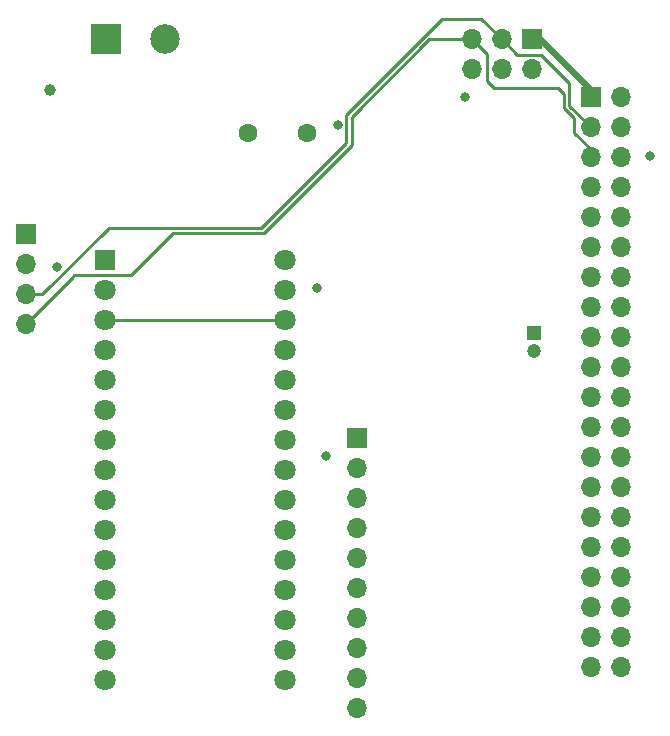
<source format=gbr>
%TF.GenerationSoftware,KiCad,Pcbnew,(5.1.10)-1*%
%TF.CreationDate,2022-04-09T21:30:43-04:00*%
%TF.ProjectId,Pi_HAT,50695f48-4154-42e6-9b69-6361645f7063,rev?*%
%TF.SameCoordinates,Original*%
%TF.FileFunction,Copper,L2,Bot*%
%TF.FilePolarity,Positive*%
%FSLAX46Y46*%
G04 Gerber Fmt 4.6, Leading zero omitted, Abs format (unit mm)*
G04 Created by KiCad (PCBNEW (5.1.10)-1) date 2022-04-09 21:30:43*
%MOMM*%
%LPD*%
G01*
G04 APERTURE LIST*
%TA.AperFunction,ComponentPad*%
%ADD10C,2.500000*%
%TD*%
%TA.AperFunction,ComponentPad*%
%ADD11R,2.500000X2.500000*%
%TD*%
%TA.AperFunction,ComponentPad*%
%ADD12O,1.700000X1.700000*%
%TD*%
%TA.AperFunction,ComponentPad*%
%ADD13R,1.700000X1.700000*%
%TD*%
%TA.AperFunction,ComponentPad*%
%ADD14C,1.200000*%
%TD*%
%TA.AperFunction,ComponentPad*%
%ADD15R,1.200000X1.200000*%
%TD*%
%TA.AperFunction,ComponentPad*%
%ADD16C,1.600000*%
%TD*%
%TA.AperFunction,ComponentPad*%
%ADD17C,1.800000*%
%TD*%
%TA.AperFunction,ComponentPad*%
%ADD18R,1.800000X1.800000*%
%TD*%
%TA.AperFunction,ViaPad*%
%ADD19C,0.800000*%
%TD*%
%TA.AperFunction,ViaPad*%
%ADD20C,1.000000*%
%TD*%
%TA.AperFunction,Conductor*%
%ADD21C,0.500000*%
%TD*%
%TA.AperFunction,Conductor*%
%ADD22C,0.250000*%
%TD*%
G04 APERTURE END LIST*
D10*
%TO.P,J5,2*%
%TO.N,12V*%
X115000000Y-74500000D03*
D11*
%TO.P,J5,1*%
%TO.N,GND*%
X110000000Y-74500000D03*
%TD*%
D12*
%TO.P,J4,4*%
%TO.N,/SCL*%
X103200000Y-98620000D03*
%TO.P,J4,3*%
%TO.N,/SDA*%
X103200000Y-96080000D03*
%TO.P,J4,2*%
%TO.N,GND*%
X103200000Y-93540000D03*
D13*
%TO.P,J4,1*%
%TO.N,12V*%
X103200000Y-91000000D03*
%TD*%
D14*
%TO.P,C2,2*%
%TO.N,GND*%
X146200000Y-100900000D03*
D15*
%TO.P,C2,1*%
%TO.N,/5V*%
X146200000Y-99400000D03*
%TD*%
D16*
%TO.P,C1,2*%
%TO.N,GND*%
X127000000Y-82400000D03*
%TO.P,C1,1*%
%TO.N,12V*%
X122000000Y-82400000D03*
%TD*%
D17*
%TO.P,TB1,30*%
%TO.N,Net-(TB1-Pad30)*%
X125120000Y-93220000D03*
%TO.P,TB1,29*%
%TO.N,GND*%
X125120000Y-95760000D03*
%TO.P,TB1,28*%
%TO.N,Net-(TB1-Pad28)*%
X125120000Y-98300000D03*
%TO.P,TB1,27*%
%TO.N,Net-(TB1-Pad27)*%
X125120000Y-100840000D03*
%TO.P,TB1,26*%
%TO.N,Net-(TB1-Pad26)*%
X125120000Y-103380000D03*
%TO.P,TB1,25*%
%TO.N,Net-(TB1-Pad25)*%
X125120000Y-105920000D03*
%TO.P,TB1,24*%
%TO.N,SCLN*%
X125120000Y-108460000D03*
%TO.P,TB1,23*%
%TO.N,SDAN*%
X125120000Y-111000000D03*
%TO.P,TB1,22*%
%TO.N,Net-(TB1-Pad22)*%
X125120000Y-113540000D03*
%TO.P,TB1,21*%
%TO.N,Net-(TB1-Pad21)*%
X125120000Y-116080000D03*
%TO.P,TB1,20*%
%TO.N,Net-(TB1-Pad20)*%
X125120000Y-118620000D03*
%TO.P,TB1,19*%
%TO.N,Net-(TB1-Pad19)*%
X125120000Y-121160000D03*
%TO.P,TB1,18*%
%TO.N,Net-(TB1-Pad18)*%
X125120000Y-123700000D03*
%TO.P,TB1,17*%
%TO.N,3.3VN*%
X125120000Y-126240000D03*
%TO.P,TB1,16*%
%TO.N,Net-(TB1-Pad16)*%
X125120000Y-128780000D03*
%TO.P,TB1,15*%
%TO.N,Net-(TB1-Pad15)*%
X109880000Y-128780000D03*
%TO.P,TB1,14*%
%TO.N,Net-(TB1-Pad14)*%
X109880000Y-126240000D03*
%TO.P,TB1,13*%
%TO.N,Net-(TB1-Pad13)*%
X109880000Y-123700000D03*
%TO.P,TB1,12*%
%TO.N,Net-(TB1-Pad12)*%
X109880000Y-121160000D03*
%TO.P,TB1,11*%
%TO.N,Net-(TB1-Pad11)*%
X109880000Y-118620000D03*
%TO.P,TB1,10*%
%TO.N,Net-(TB1-Pad10)*%
X109880000Y-116080000D03*
%TO.P,TB1,9*%
%TO.N,Net-(TB1-Pad9)*%
X109880000Y-113540000D03*
%TO.P,TB1,8*%
%TO.N,Net-(TB1-Pad8)*%
X109880000Y-111000000D03*
%TO.P,TB1,7*%
%TO.N,Net-(TB1-Pad7)*%
X109880000Y-108460000D03*
%TO.P,TB1,6*%
%TO.N,Net-(TB1-Pad6)*%
X109880000Y-105920000D03*
%TO.P,TB1,5*%
%TO.N,Net-(TB1-Pad5)*%
X109880000Y-103380000D03*
%TO.P,TB1,4*%
%TO.N,GND*%
X109880000Y-100840000D03*
%TO.P,TB1,3*%
%TO.N,Net-(TB1-Pad28)*%
X109880000Y-98300000D03*
%TO.P,TB1,2*%
%TO.N,Net-(TB1-Pad2)*%
X109880000Y-95760000D03*
D18*
%TO.P,TB1,1*%
%TO.N,Net-(TB1-Pad1)*%
X109880000Y-93220000D03*
%TD*%
D12*
%TO.P,J3,6*%
%TO.N,GND*%
X140920000Y-77040000D03*
%TO.P,J3,5*%
%TO.N,/SCL*%
X140920000Y-74500000D03*
%TO.P,J3,4*%
%TO.N,/5V*%
X143460000Y-77040000D03*
%TO.P,J3,3*%
%TO.N,/SDA*%
X143460000Y-74500000D03*
%TO.P,J3,2*%
%TO.N,/5V*%
X146000000Y-77040000D03*
D13*
%TO.P,J3,1*%
%TO.N,3.3VP*%
X146000000Y-74500000D03*
%TD*%
D12*
%TO.P,J2,40*%
%TO.N,Net-(J2-Pad40)*%
X153540000Y-127660000D03*
%TO.P,J2,39*%
%TO.N,Net-(J2-Pad39)*%
X151000000Y-127660000D03*
%TO.P,J2,38*%
%TO.N,Net-(J2-Pad38)*%
X153540000Y-125120000D03*
%TO.P,J2,37*%
%TO.N,Net-(J2-Pad37)*%
X151000000Y-125120000D03*
%TO.P,J2,36*%
%TO.N,Net-(J2-Pad36)*%
X153540000Y-122580000D03*
%TO.P,J2,35*%
%TO.N,Net-(J2-Pad35)*%
X151000000Y-122580000D03*
%TO.P,J2,34*%
%TO.N,Net-(J2-Pad34)*%
X153540000Y-120040000D03*
%TO.P,J2,33*%
%TO.N,Net-(J2-Pad33)*%
X151000000Y-120040000D03*
%TO.P,J2,32*%
%TO.N,Net-(J2-Pad32)*%
X153540000Y-117500000D03*
%TO.P,J2,31*%
%TO.N,Net-(J2-Pad31)*%
X151000000Y-117500000D03*
%TO.P,J2,30*%
%TO.N,Net-(J2-Pad30)*%
X153540000Y-114960000D03*
%TO.P,J2,29*%
%TO.N,Net-(J2-Pad29)*%
X151000000Y-114960000D03*
%TO.P,J2,28*%
%TO.N,Net-(J2-Pad28)*%
X153540000Y-112420000D03*
%TO.P,J2,27*%
%TO.N,Net-(J2-Pad27)*%
X151000000Y-112420000D03*
%TO.P,J2,26*%
%TO.N,Net-(J2-Pad26)*%
X153540000Y-109880000D03*
%TO.P,J2,25*%
%TO.N,Net-(J2-Pad25)*%
X151000000Y-109880000D03*
%TO.P,J2,24*%
%TO.N,Net-(J2-Pad24)*%
X153540000Y-107340000D03*
%TO.P,J2,23*%
%TO.N,Net-(J2-Pad23)*%
X151000000Y-107340000D03*
%TO.P,J2,22*%
%TO.N,Net-(J2-Pad22)*%
X153540000Y-104800000D03*
%TO.P,J2,21*%
%TO.N,Net-(J2-Pad21)*%
X151000000Y-104800000D03*
%TO.P,J2,20*%
%TO.N,Net-(J2-Pad20)*%
X153540000Y-102260000D03*
%TO.P,J2,19*%
%TO.N,Net-(J2-Pad19)*%
X151000000Y-102260000D03*
%TO.P,J2,18*%
%TO.N,Net-(J2-Pad18)*%
X153540000Y-99720000D03*
%TO.P,J2,17*%
%TO.N,Net-(J2-Pad17)*%
X151000000Y-99720000D03*
%TO.P,J2,16*%
%TO.N,Net-(J2-Pad16)*%
X153540000Y-97180000D03*
%TO.P,J2,15*%
%TO.N,Net-(J2-Pad15)*%
X151000000Y-97180000D03*
%TO.P,J2,14*%
%TO.N,Net-(J2-Pad14)*%
X153540000Y-94640000D03*
%TO.P,J2,13*%
%TO.N,Net-(J2-Pad13)*%
X151000000Y-94640000D03*
%TO.P,J2,12*%
%TO.N,Net-(J2-Pad12)*%
X153540000Y-92100000D03*
%TO.P,J2,11*%
%TO.N,Net-(J2-Pad11)*%
X151000000Y-92100000D03*
%TO.P,J2,10*%
%TO.N,Net-(J2-Pad10)*%
X153540000Y-89560000D03*
%TO.P,J2,9*%
%TO.N,Net-(J2-Pad9)*%
X151000000Y-89560000D03*
%TO.P,J2,8*%
%TO.N,Net-(J2-Pad8)*%
X153540000Y-87020000D03*
%TO.P,J2,7*%
%TO.N,Net-(J2-Pad7)*%
X151000000Y-87020000D03*
%TO.P,J2,6*%
%TO.N,GND*%
X153540000Y-84480000D03*
%TO.P,J2,5*%
%TO.N,/SCL*%
X151000000Y-84480000D03*
%TO.P,J2,4*%
%TO.N,/5V*%
X153540000Y-81940000D03*
%TO.P,J2,3*%
%TO.N,/SDA*%
X151000000Y-81940000D03*
%TO.P,J2,2*%
%TO.N,/5V*%
X153540000Y-79400000D03*
D13*
%TO.P,J2,1*%
%TO.N,3.3VP*%
X151000000Y-79400000D03*
%TD*%
D12*
%TO.P,J1,10*%
%TO.N,Net-(J1-Pad10)*%
X131250000Y-131160000D03*
%TO.P,J1,9*%
%TO.N,Net-(J1-Pad9)*%
X131250000Y-128620000D03*
%TO.P,J1,8*%
%TO.N,Net-(J1-Pad8)*%
X131250000Y-126080000D03*
%TO.P,J1,7*%
%TO.N,Net-(J1-Pad7)*%
X131250000Y-123540000D03*
%TO.P,J1,6*%
%TO.N,Net-(J1-Pad6)*%
X131250000Y-121000000D03*
%TO.P,J1,5*%
%TO.N,Net-(J1-Pad5)*%
X131250000Y-118460000D03*
%TO.P,J1,4*%
%TO.N,SDAN*%
X131250000Y-115920000D03*
%TO.P,J1,3*%
%TO.N,SCLN*%
X131250000Y-113380000D03*
%TO.P,J1,2*%
%TO.N,GND*%
X131250000Y-110840000D03*
D13*
%TO.P,J1,1*%
%TO.N,3.3VN*%
X131250000Y-108300000D03*
%TD*%
D19*
%TO.N,GND*%
X128600000Y-109800000D03*
X127800000Y-95600000D03*
X129600000Y-81800000D03*
D20*
X105200000Y-78800000D03*
D19*
X105800000Y-93800000D03*
X156000000Y-84400000D03*
X140400000Y-79400000D03*
%TD*%
D21*
%TO.N,3.3VP*%
X146000000Y-74500000D02*
X146700000Y-74500000D01*
X151000000Y-78800000D02*
X151000000Y-79400000D01*
X146700000Y-74500000D02*
X151000000Y-78800000D01*
D22*
%TO.N,Net-(TB1-Pad28)*%
X109880000Y-98300000D02*
X125120000Y-98300000D01*
%TO.N,/SCL*%
X148200000Y-78600000D02*
X148749990Y-79149990D01*
X142800000Y-78600000D02*
X148200000Y-78600000D01*
X142200000Y-78000000D02*
X142800000Y-78600000D01*
X142200000Y-75780000D02*
X142200000Y-78000000D01*
X140920000Y-74500000D02*
X142200000Y-75780000D01*
X151000000Y-84480000D02*
X151000000Y-83800000D01*
X151000000Y-83800000D02*
X149600000Y-82400000D01*
X149600000Y-82400000D02*
X149600000Y-81200000D01*
X148749990Y-80349990D02*
X148749990Y-79149990D01*
X149600000Y-81200000D02*
X148749990Y-80349990D01*
X137336410Y-74500000D02*
X140920000Y-74500000D01*
X103200000Y-98620000D02*
X107220000Y-94600000D01*
X107220000Y-94600000D02*
X107220000Y-94580000D01*
X107220000Y-94580000D02*
X107300000Y-94500000D01*
X107300000Y-94500000D02*
X112100000Y-94500000D01*
X112100000Y-94500000D02*
X115676988Y-90923012D01*
X130775010Y-83461400D02*
X130775011Y-81061399D01*
X115676988Y-90923012D02*
X123313399Y-90923011D01*
X123313399Y-90923011D02*
X130775010Y-83461400D01*
X130775011Y-81061399D02*
X137336410Y-74500000D01*
%TO.N,/SDA*%
X143460000Y-74500000D02*
X144760000Y-75800000D01*
X144760000Y-75800000D02*
X146800000Y-75800000D01*
X146800000Y-75800000D02*
X149200000Y-78200000D01*
X149200000Y-80140000D02*
X151000000Y-81940000D01*
X149200000Y-78200000D02*
X149200000Y-80140000D01*
X103200000Y-96080000D02*
X104593002Y-96080000D01*
X104593002Y-96080000D02*
X110200000Y-90473002D01*
X110200000Y-90473002D02*
X123126998Y-90473002D01*
X130325001Y-83274999D02*
X130325001Y-80874999D01*
X123126998Y-90473002D02*
X130325001Y-83274999D01*
X130325001Y-80874999D02*
X138400000Y-72800000D01*
X141760000Y-72800000D02*
X143460000Y-74500000D01*
X138400000Y-72800000D02*
X141760000Y-72800000D01*
%TD*%
M02*

</source>
